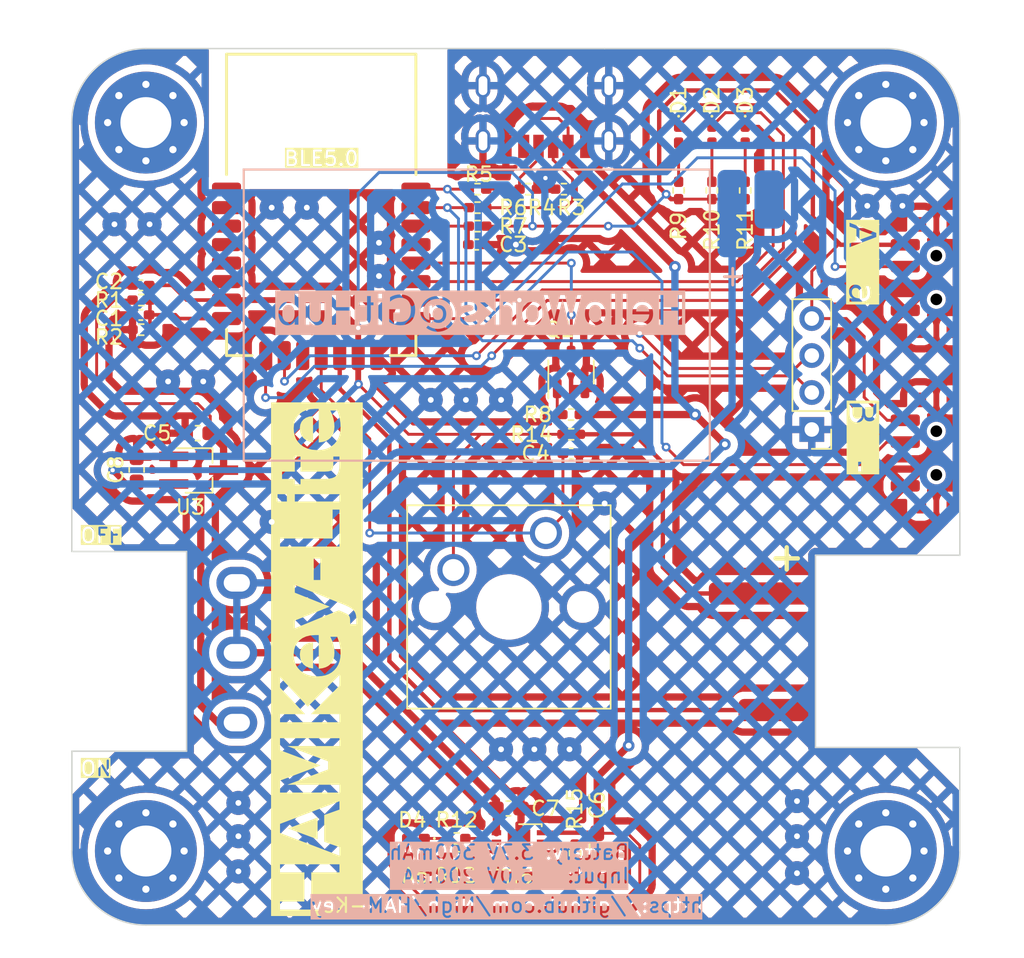
<source format=kicad_pcb>
(kicad_pcb (version 20221018) (generator pcbnew)
  (layers (0 "F.Cu" signal) (31 "B.Cu" signal) (34 "B.Paste" user) (35 "F.Paste" user) (36 "B.SilkS" user "B.Silkscreen") (37 "F.SilkS" user "F.Silkscreen") (38 "B.Mask" user) (39 "F.Mask" user) (44 "Edge.Cuts" user))
  (net 0 "")
  (net 1 "Net-(BZ1--)")
  (net 2 "/BUZZER")
  (net 3 "GND")
  (net 4 "Net-(U1-P0.30{slash}AIN6)")
  (net 5 "Net-(U1-P0.21{slash}RST)")
  (net 6 "+3.3V")
  (net 7 "/BTN")
  (net 8 "/LED_RED")
  (net 9 "Net-(D1-A)")
  (net 10 "/LED_BLUE")
  (net 11 "Net-(D2-A)")
  (net 12 "/LED_WHITE")
  (net 13 "Net-(D3-A)")
  (net 14 "/SWDCLK")
  (net 15 "/SWDIO")
  (net 16 "Net-(Q1-B)")
  (net 17 "/CHARGING")
  (net 18 "/CC2")
  (net 19 "/CC1")
  (net 20 "Net-(D4-K)")
  (net 21 "/BAT+")
  (net 22 "+5V")
  (net 23 "Net-(D5-K)")
  (net 24 "Net-(U2-FULL)")
  (net 25 "Net-(U2-CHRG)")
  (net 26 "Net-(U2-ISET)")
  (net 30 "/SW2")
  (net 31 "/SW1")
  (net 38 "Net-(BATT1-+)")
  (footprint "LED_SMD:LED_0402_1005Metric_Pad0.77x0.64mm_HandSolder" (layer "F.Cu") (at 140.208 125.7565 180)
    (fp_text reference "D5")
    (fp_text value "RED")
  )
  (footprint "Package_DFN_QFN:DFN-8-1EP_3x3mm_P0.65mm_EP1.55x2.4mm" (layer "F.Cu") (at 147.2835 125.0685)
    (fp_text reference "U2")
    (fp_text value "~")
  )
  (footprint "MountingHole:MountingHole_3.5mm_Pad_Via" (layer "F.Cu") (at 121.666 125.349)
    (fp_text reference "H3" hide)
    (fp_text value "M3.5")
  )
  (footprint "Resistor_SMD:R_0402_1005Metric_Pad0.72x0.64mm_HandSolder" (layer "F.Cu") (at 160.528 79.9725 -90)
    (fp_text reference "R10")
    (fp_text value "470R")
  )
  (footprint "Resistor_SMD:R_0402_1005Metric_Pad0.72x0.64mm_HandSolder" (layer "F.Cu") (at 144.4365 79.883)
    (fp_text reference "R5")
    (fp_text value "NC")
  )
  (footprint "Resistor_SMD:R_0402_1005Metric_Pad0.72x0.64mm_HandSolder" (layer "F.Cu") (at 143.0035 125.7785)
    (fp_text reference "R13")
    (fp_text value "1k")
  )
  (footprint "LED_SMD:LED_0402_1005Metric_Pad0.77x0.64mm_HandSolder" (layer "F.Cu") (at 160.528 76.1375 -90)
    (fp_text reference "D2")
    (fp_text value "BLUE")
  )
  (footprint "Resistor_SMD:R_0402_1005Metric_Pad0.72x0.64mm_HandSolder" (layer "F.Cu") (at 150.867 96.7225)
    (fp_text reference "R14")
    (fp_text value "100R")
  )
  (footprint "nigh_Library:MSK12" (layer "F.Cu") (at 175.938 85.955 -90)
    (fp_text reference "SW4" hide)
    (fp_text value "SW_SPDT")
  )
  (footprint "Capacitor_SMD:C_0402_1005Metric_Pad0.74x0.62mm_HandSolder" (layer "F.Cu") (at 121.3171 86.487 180)
    (fp_text reference "C2")
    (fp_text value "0.1uF")
  )
  (footprint "Resistor_SMD:R_0402_1005Metric_Pad0.72x0.64mm_HandSolder" (layer "F.Cu") (at 151.13 125.5025 -90)
    (fp_text reference "R15")
    (fp_text value "10k")
  )
  (footprint "Connector_PinHeader_2.54mm:PinHeader_1x04_P2.54mm_Vertical" (layer "F.Cu") (at 167.386 96.393 180)
    (fp_text reference "J2" hide)
    (fp_text value "Conn_01x04")
  )
  (footprint "Package_TO_SOT_SMD:TSOT-23_HandSoldering" (layer "F.Cu") (at 125.29 99.187)
    (fp_text reference "U3")
    (fp_text value "~")
  )
  (footprint "Resistor_SMD:R_0402_1005Metric_Pad0.72x0.64mm_HandSolder" (layer "F.Cu") (at 143.002 124.4865)
    (fp_text reference "R12")
    (fp_text value "1k")
  )
  (footprint "Capacitor_SMD:C_0402_1005Metric_Pad0.74x0.62mm_HandSolder" (layer "F.Cu") (at 144.377 83.693 180)
    (fp_text reference "C3")
    (fp_text value "0.1uF")
  )
  (footprint "Capacitor_SMD:C_0402_1005Metric_Pad0.74x0.62mm_HandSolder" (layer "F.Cu") (at 150.867 98.0475 180)
    (fp_text reference "C4")
    (fp_text value "0.47uF")
  )
  (footprint "LED_SMD:LED_0402_1005Metric_Pad0.77x0.64mm_HandSolder" (layer "F.Cu") (at 162.814 76.1375 -90)
    (fp_text reference "D3")
    (fp_text value "WHITE")
  )
  (footprint "Button_Switch_Keyboard:SW_Cherry_MX_1.00u_PCB" (layer "F.Cu") (at 149.13 103.505)
    (fp_text reference "SW1" hide)
    (fp_text value "SW_Push")
  )
  (footprint "Resistor_SMD:R_0402_1005Metric_Pad0.72x0.64mm_HandSolder" (layer "F.Cu") (at 162.814 79.9725 -90)
    (fp_text reference "R11")
    (fp_text value "470R")
  )
  (footprint "Package_TO_SOT_SMD:SOT-23-3" (layer "F.Cu") (at 150.859 92.4415 90)
    (fp_text reference "Q1")
    (fp_text value "DTC143Z")
  )
  (footprint "Resistor_SMD:R_0402_1005Metric_Pad0.72x0.64mm_HandSolder" (layer "F.Cu") (at 121.3471 89.535 180)
    (fp_text reference "R2")
    (fp_text value "1M")
  )
  (footprint "LED_SMD:LED_0402_1005Metric_Pad0.77x0.64mm_HandSolder" (layer "F.Cu") (at 140.208 124.4865 180)
    (fp_text reference "D4")
    (fp_text value "BLUE")
  )
  (footprint "Resistor_SMD:R_0402_1005Metric_Pad0.72x0.64mm_HandSolder" (layer "F.Cu") (at 121.3471 87.503)
    (fp_text reference "R1")
    (fp_text value "470k")
  )
  (footprint "Capacitor_SMD:C_0603_1608Metric_Pad1.08x0.95mm_HandSolder" (layer "F.Cu") (at 152.654 124.9945 -90)
    (fp_text reference "C6")
    (fp_text value "1uF")
  )
  (footprint "MountingHole:MountingHole_3.5mm_Pad_Via" (layer "F.Cu") (at 121.666 75.311)
    (fp_text reference "H1" hide)
    (fp_text value "M3.5")
  )
  (footprint "Capacitor_SMD:C_0402_1005Metric_Pad0.74x0.62mm_HandSolder" (layer "F.Cu") (at 121.3171 88.519 180)
    (fp_text reference "C1")
    (fp_text value "0.1uF")
  )
  (footprint "nigh_Library:MSK12" (layer "F.Cu") (at 175.938 98.011 -90)
    (fp_text reference "SW3" hide)
    (fp_text value "SW_SPDT")
  )
  (footprint "Resistor_SMD:R_0402_1005Metric_Pad0.72x0.64mm_HandSolder" (layer "F.Cu") (at 147.9175 79.883)
    (fp_text reference "R3")
    (fp_text value "5.1k")
  )
  (footprint "MountingHole:MountingHole_3.5mm_Pad_Via" (layer "F.Cu") (at 172.466001 75.311)
    (fp_text reference "H2" hide)
    (fp_text value "M3.5")
  )
  (footprint "Resistor_SMD:R_0402_1005Metric_Pad0.72x0.64mm_HandSolder" (layer "F.Cu") (at 144.4365 81.153)
    (fp_text reference "R6")
    (fp_text value "10R")
  )
  (footprint "MountingHole:MountingHole_3.5mm_Pad_Via" (layer "F.Cu") (at 172.466001 125.349)
    (fp_text reference "H4" hide)
    (fp_text value "M3.5")
  )
  (footprint "Resistor_SMD:R_0402_1005Metric_Pad0.72x0.64mm_HandSolder" (layer "F.Cu") (at 158.242 79.9725 -90)
    (fp_text reference "R9")
    (fp_text value "470R")
  )
  (footprint "Resistor_SMD:R_0402_1005Metric_Pad0.72x0.64mm_HandSolder" (layer "F.Cu") (at 150.859 95.368 180)
    (fp_text reference "R8")
    (fp_text value "100k")
  )
  (footprint "LED_SMD:LED_0402_1005Metric_Pad0.77x0.64mm_HandSolder" (layer "F.Cu") (at 158.242 76.1375 -90)
    (fp_text reference "D1")
    (fp_text value "RED")
  )
  (footprint "Capacitor_SMD:C_0603_1608Metric_Pad1.08x0.95mm_HandSolder" (layer "F.Cu") (at 146.558 122.428 180)
    (fp_text reference "C7")
    (fp_text value "1uF")
  )
  (footprint "nigh_Library:Type-C-3.2H" (layer "F.Cu") (at 149.13 77.745 180)
    (fp_text reference "USB1" hide)
    (fp_text value "USB_C_Receptacle_PowerOnly_6P")
  )
  (footprint "nigh_Library:nRF52810_module" (layer "F.Cu") (at 133.6802 81.2165)
    (fp_text reference "U1" hide)
    (fp_text value "~")
  )
  (footprint "Resistor_SMD:R_0402_1005Metric_Pad0.72x0.64mm_HandSolder" (layer "F.Cu") (at 150.368 79.883 180)
    (fp_text reference "R4")
    (fp_text value "5.1k")
  )
  (footprint "Resistor_SMD:R_0402_1005Metric_Pad0.72x0.64mm_HandSolder" (layer "F.Cu") (at 144.4365 82.423)
    (fp_text reference "R7")
    (fp_text value "5.1k")
  )
  (footprint "Capacitor_SMD:C_0603_1608Metric_Pad1.08x0.95mm_HandSolder" (layer "F.Cu") (at 121.031 99.1605 90)
    (fp_text reference "C8")
    (fp_text value "4.7uF")
  )
  (footprint "nigh_Library:buzzer_SMD" (layer "F.Cu") (at 167.3733 107.6579 -90)
    (fp_text reference "BZ1" hide)
    (fp_text value "Buzzer")
  )
  (footprint "Capacitor_SMD:C_0603_1608Metric_Pad1.08x0.95mm_HandSolder" (layer "F.Cu") (at 125.222 96.647 180)
    (fp_text reference "C5")
    (fp_text value "1uF")
  )
  (footprint "nigh_Library:SS12D06G5" (layer "F.Cu") (at 127.909 111.729 90)
    (fp_text reference "SW2" hide)
    (fp_text value "SW_SPDT")
  )
  (footprint "nigh_Library:BATT2030" (layer "B.Cu") (at 128.3843 78.5368 -90)
    (fp_text reference "BATT1" hide)
    (fp_text value "Battery_Cell")
  )
  (gr_arc (start 121.666001 130.435345) (mid 118.069411 128.945589) (end 116.579655 125.348999) (stroke (width 0.1)) (layer "Edge.Cuts"))
  (gr_line (start 177.552346 105.029) (end 167.64 105.029) (stroke (width 0.1)) (layer "Edge.Cuts"))
  (gr_arc (start 177.552346 125.348998) (mid 176.06259 128.945588) (end 172.466 130.435344) (stroke (width 0.1)) (layer "Edge.Cuts"))
  (gr_line (start 167.64 105.029) (end 167.64 118.237) (stroke (width 0.1)) (layer "Edge.Cuts"))
  (gr_arc (start 172.466 70.224654) (mid 176.06259 71.71441) (end 177.552346 75.311) (stroke (width 0.1)) (layer "Edge.Cuts"))
  (gr_arc (start 116.579654 75.311) (mid 118.06941 71.71441) (end 121.666 70.224654) (stroke (width 0.1)) (layer "Edge.Cuts"))
  (gr_line (start 177.546 118.237) (end 177.546 125.348998) (stroke (width 0.1)) (layer "Edge.Cuts"))
  (gr_line (start 177.552346 75.311) (end 177.552346 105.029) (stroke (width 0.1)) (layer "Edge.Cuts"))
  (gr_line (start 121.666001 130.435345) (end 172.466 130.435345) (stroke (width 0.1)) (layer "Edge.Cuts"))
  (gr_line (start 153.162 70.224654) (end 121.666 70.224654) (stroke (width 0.1)) (layer "Edge.Cuts"))
  (gr_line (start 116.579654 75.311) (end 116.579654 104.775) (stroke (width 0.1)) (layer "Edge.Cuts"))
  (gr_line (start 167.64 118.237) (end 177.546 118.237) (stroke (width 0.1)) (layer "Edge.Cuts"))
  (gr_line (start 124.46 104.775) (end 116.586 104.775) (stroke (width 0.1)) (layer "Edge.Cuts"))
  (gr_line (start 124.46 118.491) (end 116.586 118.491) (stroke (width 0.1)) (layer "Edge.Cuts"))
  (gr_line (start 116.586 118.491) (end 116.586 125.348999) (stroke (width 0.1)) (layer "Edge.Cuts"))
  (gr_line (start 172.466 70.224654) (end 153.162 70.224654) (stroke (width 0.1)) (layer "Edge.Cuts"))
  (gr_line (start 124.46 104.775) (end 124.46 118.491) (stroke (width 0.1)) (layer "Edge.Cuts"))
  (gr_text "HelloWorks@GitHub" (at 158.75 89.535) (layer "B.SilkS" knockout) (effects (font (size 2 2)) (justify left bottom mirror)))
  (gr_text "https://github.com/Nigh/HAM-Key" (at 160.02 129.667) (layer "B.SilkS" knockout) (effects (font (size 1 1)) (justify left bottom mirror)))
  (gr_text "Battery: 3.7V 300mAh\nInput:   5.0V 200mA" (at 154.94 127.635) (layer "B.SilkS" knockout) (effects (font (size 1 1)) (justify left bottom mirror)))
  (gr_text "BLE5.0" (at 131.064 78.359) (layer "F.SilkS" knockout) (effects (font (size 1 1)) (justify left bottom)))
  (gr_text "HAMKey-Lite" (at 135.636 129.921 90) (layer "F.SilkS" knockout) (effects (font (size 4 4)) (justify left bottom)))
  (gr_text "ON" (at 117.094 120.269) (layer "F.SilkS" knockout) (effects (font (size 1 1)) (justify left bottom)))
  (gr_text "A   a" (at 169.672 82.169 270) (layer "F.SilkS" knockout) (effects (font (size 1.8 1.8)) (justify left bottom)))
  (gr_text "OFF" (at 117.094 104.267) (layer "F.SilkS" knockout) (effects (font (size 1 1)) (justify left bottom)))
  (gr_text "B   -" (at 169.672 94.361 270) (layer "F.SilkS" knockout) (effects (font (size 1.8 1.8)) (justify left bottom)))
  (segment (start 155.2025 96.7225) (end 157.159 98.679) (width 0.3) (layer "F.Cu") (net 1))
  (segment (start 157.159 98.679) (end 157.159 105.854) (width 0.3) (layer "F.Cu") (net 1))
  (segment (start 157.159 105.854) (end 158.9629 107.6579) (width 0.3) (layer "F.Cu") (net 1))
  (segment (start 151.4645 96.7225) (end 155.2025 96.7225) (width 0.3) (layer "F.Cu") (net 1))
  (segment (start 158.9629 107.6579) (end 163.8173 107.6579) (width 0.3) (layer "F.Cu") (net 1))
  (segment (start 138.384 97.004) (end 138.384 112.304) (width 0.3) (layer "F.Cu") (net 2))
  (segment (start 141.7479 115.6679) (end 164.8533 115.6679) (width 0.3) (layer "F.Cu") (net 2))
  (segment (start 134.9736 93.5936) (end 138.384 97.004) (width 0.3) (layer "F.Cu") (net 2))
  (segment (start 138.384 112.304) (end 141.7479 115.6679) (width 0.3) (layer "F.Cu") (net 2))
  (segment (start 134.9736 91.313) (end 134.9736 93.5936) (width 0.3) (layer "F.Cu") (net 2))
  (segment (start 145.7335 126.4295) (end 146.177 126.873) (width 0.2) (layer "F.Cu") (net 3))
  (segment (start 148.463 126.873) (end 148.8335 126.5025) (width 0.2) (layer "F.Cu") (net 3))
  (segment (start 150.876 74.295) (end 147.32 74.295) (width 0.4) (layer "F.Cu") (net 3))
  (segment (start 148.2585 126.0435) (end 147.2835 125.0685) (width 0.2) (layer "F.Cu") (net 3))
  (segment (start 148.8335 126.5025) (end 148.8335 126.0435) (width 0.2) (layer "F.Cu") (net 3))
  (segment (start 148.8335 126.0435) (end 148.2585 126.0435) (width 0.2) (layer "F.Cu") (net 3))
  (segment (start 145.7335 126.0435) (end 146.3085 126.0435) (width 0.2) (layer "F.Cu") (net 3))
  (segment (start 148.515 79.704) (end 149.098 79.121) (width 0.2) (layer "F.Cu") (net 3))
  (segment (start 151.88 76.9456) (end 151.88 75.299) (width 0.4) (layer "F.Cu") (net 3))
  (segment (start 146.3085 126.0435) (end 147.2835 125.0685) (width 0.2) (layer "F.Cu") (net 3))
  (segment (start 149.7705 79.7935) (end 149.7705 79.883) (width 0.2) (layer "F.Cu") (net 3))
  (segment (start 145.7335 126.0435) (end 145.7335 126.4295) (width 0.2) (layer "F.Cu") (net 3))
  (segment (start 148.515 79.883) (end 148.515 79.704) (width 0.2) (layer "F.Cu") (net 3))
  (segment (start 147.32 74.295) (end 146.38 75.235) (width 0.4) (layer "F.Cu") (net 3))
  (segment (start 146.38 75.235) (end 146.38 76.9456) (width 0.4) (layer "F.Cu") (net 3))
  (segment (start 149.098 79.121) (end 149.7705 79.7935) (width 0.2) (layer "F.Cu") (net 3))
  (segment (start 151.88 75.299) (end 150.876 74.295) (width 0.4) (layer "F.Cu") (net 3))
  (segment (start 146.177 126.873) (end 148.463 126.873) (width 0.2) (layer "F.Cu") (net 3))
  (via (at 166.37 126.873) (size 0.8) (drill 0.4) (layers "F.Cu" "B.Cu") (net 3))
  (via (at 128.016 126.746) (size 0.8) (drill 0.4) (layers "F.Cu" "B.Cu") (net 3))
  (via (at 148.336 118.364) (size 0.8) (drill 0.4) (layers "F.Cu" "B.Cu") (net 3))
  (via (at 146.05 94.361) (size 0.8) (drill 0.4) (layers "F.Cu" "B.Cu") (net 3))
  (via (at 150.749 118.364) (size 0.8) (drill 0.4) (layers "F.Cu" "B.Cu") (net 3))
  (via (at 137.668 83.566) (size 0.8) (drill 0.4) (layers "F.Cu" "B.Cu") (net 3))
  (via (at 121.92 82.296) (size 0.8) (drill 0.4) (layers "F.Cu" "B.Cu") (net 3))
  (via (at 147.066 83.693) (size 0.8) (drill 0.4) (layers "F.Cu" "B.Cu") (net 3))
  (via (at 146.05 118.364) (size 0.8) (drill 0.4) (layers "F.Cu" "B.Cu") (net 3))
  (via (at 128.016 124.333) (size 0.8) (drill 0.4) (layers "F.Cu" "B.Cu") (net 3))
  (via (at 141.224 94.361) (size 0.8) (drill 0.4) (layers "F.Cu" "B.Cu") (net 3))
  (via (at 143.637 94.361) (size 0.8) (drill 0.4) (layers "F.Cu" "B.Cu") (net 3))
  (via (at 125.603 93.091) (size 0.8) (drill 0.4) (layers "F.Cu" "B.Cu") (net 3))
  (via (at 132.715 81.153) (size 0.8) (drill 0.4) (layers "F.Cu" "B.Cu") (net 3))
  (via (at 130.302 102.743) (size 0.8) (drill 0.4) (layers "F.Cu" "B.Cu") (net 3))
  (via (at 173.609 81.026) (size 0.8) (drill 0.4) (layers "F.Cu" "B.Cu") (net 3))
  (via (at 149.098 79.121) (size 0.6) (drill 0.3) (layers "F.Cu" "B.Cu") (net 3))
  (via (at 128.016 122.047) (size 0.8) (drill 0.4) (layers "F.Cu" "B.Cu") (net 3))
  (via (at 123.19 93.091) (size 0.8) (drill 0.4) (layers "F.Cu" "B.Cu") (net 3))
  (via (at 166.37 124.333) (size 0.8) (drill 0.4) (layers "F.Cu" "B.Cu") (net 3))
  (via (at 153.162 101.473) (size 0.8) (drill 0.4) (layers "F.Cu" "B.Cu") (net 3))
  (via (at 130.302 81.153) (size 0.8) (drill 0.4) (layers "F.Cu" "B.Cu") (net 3))
  (via (at 137.668 85.852) (size 0.8) (drill 0.4) (layers "F.Cu" "B.Cu") (net 3))
  (via (at 166.37 121.92) (size 0.8) (drill 0.4) (layers "F.Cu" "B.Cu") (net 3))
  (via (at 119.507 82.296) (size 0.8) (drill 0.4) (layers "F.Cu" "B.Cu") (net 3))
  (via (at 171.196 81.026) (size 0.8) (drill 0.4) (layers "F.Cu" "B.Cu") (net 3))
  (segment (start 123.952 88.773) (end 127.2032 88.773) (width 0.25) (layer "F.Cu") (net 4))
  (segment (start 121.9446 87.503) (end 121.9446 88.459) (width 0.25) (layer "F.Cu") (net 4))
  (segment (start 121.9446 88.459) (end 121.8846 88.519) (width 0.25) (layer "F.Cu") (net 4))
  (segment (start 121.8846 88.519) (end 123.698 88.519) (width 0.25) (layer "F.Cu") (net 4))
  (segment (start 121.9446 88.579) (end 121.9446 89.535) (width 0.25) (layer "F.Cu") (net 4))
  (segment (start 123.698 88.519) (end 123.952 88.773) (width 0.25) (layer "F.Cu") (net 4))
  (segment (start 121.8846 88.519) (end 121.9446 88.579) (width 0.25) (layer "F.Cu") (net 4))
  (segment (start 140.208 82.423) (end 143.839 82.423) (width 0.2) (layer "F.Cu") (net 5))
  (segment (start 143.8095 82.4525) (end 143.839 82.423) (width 0.2) (layer "F.Cu") (net 5))
  (segment (start 143.8095 83.693) (end 143.8095 82.4525) (width 0.2) (layer "F.Cu") (net 5))
  (segment (start 123.444 86.487) (end 124.46 87.503) (width 0.25) (layer "F.Cu") (net 6))
  (segment (start 136.259 93.279) (end 139.7025 96.7225) (width 0.2) (layer "F.Cu") (net 6))
  (segment (start 158.242 80.57) (end 157.725 80.57) (width 0.3) (layer "F.Cu") (net 6))
  (segment (start 160.528 80.57) (end 162.814 80.57) (width 0.2) (layer "F.Cu") (net 6))
  (segment (start 172.566 95.761) (end 170.984 94.179) (width 0.2) (layer "F.Cu") (net 6))
  (segment (start 167.459 75.729) (end 167.459 81.805) (width 0.3) (layer "F.Cu") (net 6))
  (segment (start 148.209 82.423) (end 153.416 82.423) (width 0.2) (layer "F.Cu") (net 6))
  (segment (start 136.2436 89.4136) (end 136.2436 91.313) (width 0.4) (layer "F.Cu") (net 6))
  (segment (start 157.725 80.57) (end 157.386 80.231) (width 0.3) (layer "F.Cu") (net 6))
  (segment (start 173.8044 95.761) (end 172.566 95.761) (width 0.2) (layer "F.Cu") (net 6))
  (segment (start 127.2032 87.503) (end 134.333 87.503) (width 0.4) (layer "F.Cu") (net 6))
  (segment (start 156.909 74.554) (end 158.359 73.104) (width 0.3) (layer "F.Cu") (net 6))
  (segment (start 170.984 90.004) (end 169.753 88.773) (width 0.2) (layer "F.Cu") (net 6))
  (segment (start 139.7025 96.7225) (end 144.6405 96.7225) (width 0.2) (layer "F.Cu") (net 6))
  (segment (start 158.242 80.57) (end 160.528 80.57) (width 0.2) (layer "F.Cu") (net 6))
  (segment (start 167.386 85.527) (end 167.386 88.773) (width 0.2) (layer "F.Cu") (net 6))
  (segment (start 124.46 87.503) (end 127.2032 87.503) (width 0.25) (layer "F.Cu") (net 6))
  (segment (start 156.909 79.754) (end 156.909 74.554) (width 0.3) (layer "F.Cu") (net 6))
  (segment (start 169.208 83.705) (end 169.709 83.705) (width 0.2) (layer "F.Cu") (net 6))
  (segment (start 167.386 85.527) (end 169.208 83.705) (width 0.2) (layer "F.Cu") (net 6))
  (segment (start 167.459 81.805) (end 169.359 83.705) (width 0.3) (layer "F.Cu") (net 6))
  (segment (start 145.034 82.423) (end 148.209 82.423) (width 0.2) (layer "F.Cu") (net 6))
  (segment (start 164.834 73.104) (end 167.459 75.729) (width 0.3) (layer "F.Cu") (net 6))
  (segment (start 134.333 87.503) (end 136.2436 89.4136) (width 0.4) (layer "F.Cu") (net 6))
  (segment (start 120.33 100.137) (end 123.58 100.137) (width 0.4) (layer "F.Cu") (net 6))
  (segment (start 157.386 80.231) (end 156.909 79.754) (width 0.3) (layer "F.Cu") (net 6))
  (segment (start 158.359 73.104) (end 164.834 73.104) (width 0.3) (layer "F.Cu") (net 6))
  (segment (start 142.78 98.583) (end 142.78 106.045) (width 0.2) (layer "F.Cu") (net 6))
  (segment (start 119.38 99.187) (end 120.33 100.137) (width 0.4) (layer "F.Cu") (net 6))
  (segment (start 121.8846 86.487) (end 123.444 86.487) (width 0.25) (layer "F.Cu") (net 6))
  (segment (start 136.2436 93.2636) (end 136.259 93.279) (width 0.4) (layer "F.Cu") (net 6))
  (segment (start 169.709 83.705) (end 173.8044 83.705) (width 0.3) (layer "F.Cu") (net 6))
  (segment (start 144.6405 96.7225) (end 142.78 98.583) (width 0.2) (layer "F.Cu") (net 6))
  (segment (start 169.359 83.705) (end 169.709 83.705) (width 0.3) (layer "F.Cu") (net 6))
  (segment (start 170.984 94.179) (end 170.984 90.004) (width 0.2) (layer "F.Cu") (net 6))
  (segment (start 169.753 88.773) (end 167.386 88.773) (width 0.2) (layer "F.Cu") (net 6))
  (segment (start 136.2436 91.313) (end 136.2436 93.2636) (width 0.4) (layer "F.Cu") (net 6))
  (segment (start 150.2695 96.7225) (end 144.6405 96.7225) (width 0.2) (layer "F.Cu") (net 6))
  (via (at 119.38 99.187) (size 0.6) (drill 0.3) (layers "F.Cu" "B.Cu") (net 6))
  (via (at 148.209 82.423) (size 0.6) (drill 0.3) (layers "F.Cu" "B.Cu") (net 6))
  (via (at 157.386 80.231) (size 0.6) (drill 0.3) (layers "F.Cu" "B.Cu") (net 6))
  (via (at 153.416 82.423) (size 0.6) (drill 0.3) (layers "F.Cu" "B.Cu") (net 6))
  (via (at 136.259 93.279) (size 0.6) (drill 0.3) (layers "F.Cu" "B.Cu") (net 6))
  (via (at 136.2436 89.4136) (size 0.6) (drill 0.3) (layers "F.Cu" "B.Cu") (net 6))
  (segment (start 136.2436 89.4136) (end 136.2436 80.1644) (width 0.2) (layer "B.Cu") (net 6))
  (segment (start 137.668 78.74) (end 146.812 78.74) (width 0.2) (layer "B.Cu") (net 6))
  (segment (start 119.38 99.187) (end 130.351 99.187) (width 0.4) (layer "B.Cu") (net 6))
  (segment (start 153.416 82.423) (end 155.194 82.423) (width 0.2) (layer "B.Cu") (net 6))
  (segment (start 136.2436 80.1644) (end 137.668 78.74) (width 0.2) (layer "B.Cu") (net 6))
  (segment (start 155.194 82.423) (end 157.386 80.231) (width 0.2) (layer "B.Cu") (net 6))
  (segment (start 146.812 78.74) (end 148.209 80.137) (width 0.2) (layer "B.Cu") (net 6))
  (segment (start 148.209 80.137) (end 148.209 82.423) (width 0.2) (layer "B.Cu") (net 6))
  (segment (start 130.351 99.187) (end 136.259 93.279) (width 0.4) (layer "B.Cu") (net 6))
  (segment (start 150.2995 102.3355) (end 150.2995 98.0475) (width 0.2) (layer "F.Cu") (net 7))
  (segment (start 137.033 97.028) (end 137.033 103.505) (width 0.2) (layer "F.Cu") (net 7))
  (segment (start 149.13 103.505) (end 150.2995 102.3355) (width 0.2) (layer "F.Cu") (net 7))
  (segment (start 133.7036 93.6986) (end 137.033 97.028) (width 0.2) (layer "F.Cu") (net 7))
  (segment (start 133.7036 91.313) (end 133.7036 93.6986) (width 0.2) (layer "F.Cu") (net 7))
  (via (at 137.033 103.505) (size 0.6) (drill 0.3) (layers "F.Cu" "B.Cu") (net 7))
  (segment (start 137.033 103.505) (end 149.13 103.505) (width 0.2) (layer "B.Cu") (net 7))
  (segment (start 166.234 84.204) (end 162.909 87.529) (width 0.2) (layer "F.Cu") (net 8))
  (segment (start 149.209 87.529) (end 145.409 91.329) (width 0.2) (layer "F.Cu") (net 8))
  (segment (start 129.884 91.3226) (end 129.8936 91.313) (width 0.2) (layer "F.Cu") (net 8))
  (segment (start 158.242 75.565) (end 159.728 74.079) (width 0.2) (layer "F.Cu") (net 8))
  (segment (start 162.909 87.529) (end 149.209 87.529) (width 0.2) (layer "F.Cu") (net 8))
  (segment (start 129.884 94.204) (end 129.884 91.3226) (width 0.2) (layer "F.Cu") (net 8))
  (segment (start 166.234 76.004) (end 166.234 84.204) (width 0.2) (layer "F.Cu") (net 8))
  (segment (start 159.728 74.079) (end 164.309 74.079) (width 0.2) (layer "F.Cu") (net 8))
  (segment (start 164.309 74.079) (end 166.234 76.004) (width 0.2) (layer "F.Cu") (net 8))
  (via (at 145.409 91.329) (size 0.6) (drill 0.3) (layers "F.Cu" "B.Cu") (net 8))
  (via (at 129.884 94.204) (size 0.6) (drill 0.3) (layers "F.Cu" "B.Cu") (net 8))
  (segment (start 144.684 92.054) (end 133.234 92.054) (width 0.2) (layer "B.Cu") (net 8))
  (segment (start 131.084 94.204) (end 129.884 94.204) (width 0.2) (layer "B.Cu") (net 8))
  (segment (start 145.409 91.329) (end 144.684 92.054) (width 0.2) (layer "B.Cu") (net 8))
  (segment (start 133.234 92.054) (end 131.084 94.204) (width 0.2) (layer "B.Cu") (net 8))
  (segment (start 158.242 76.71) (end 158.242 79.375) (width 0.2) (layer "F.Cu") (net 9))
  (segment (start 165.434 76.179) (end 165.434 83.929) (width 0.2) (layer "F.Cu") (net 10))
  (segment (start 161.464 74.629) (end 163.884 74.629) (width 0.2) (layer "F.Cu") (net 10))
  (segment (start 131.184 93.079) (end 131.184 91.3334) (width 0.2) (layer "F.Cu") (net 10))
  (segment (start 160.528 75.565) (end 161.464 74.629) (width 0.2) (layer "F.Cu") (net 10))
  (segment (start 165.434 83.929) (end 162.559 86.804) (width 0.2) (layer "F.Cu") (net 10))
  (segment (start 131.184 91.3334) (end 131.1636 91.313) (width 0.2) (layer "F.Cu") (net 10))
  (segment (start 148.884 86.804) (end 144.359 91.329) (width 0.2) (layer "F.Cu") (net 10))
  (segment (start 162.559 86.804) (end 148.884 86.804) (width 0.2) (layer "F.Cu") (net 10))
  (segment (start 163.884 74.629) (end 165.434 76.179) (width 0.2) (layer "F.Cu") (net 10))
  (via (at 144.359 91.329) (size 0.6) (drill 0.3) (layers "F.Cu" "B.Cu") (net 10))
  (via (at 131.184 93.079) (size 0.6) (drill 0.3) (layers "F.Cu" "B.Cu") (net 10))
  (segment (start 144.359 91.329) (end 132.934 91.329) (width 0.2) (layer "B.Cu") (net 10))
  (segment (start 132.934 91.329) (end 131.184 93.079) (width 0.2) (layer "B.Cu") (net 10))
  (segment (start 160.528 76.71) (end 160.528 79.375) (width 0.2) (layer "F.Cu") (net 11))
  (segment (start 164.734 76.554) (end 164.734 83.779) (width 0.2) (layer "F.Cu") (net 12))
  (segment (start 164.734 83.779) (end 162.28 86.233) (width 0.2) (layer "F.Cu") (net 12))
  (segment (start 163.745 75.565) (end 164.734 76.554) (width 0.2) (layer "F.Cu") (net 12))
  (segment (start 162.814 75.565) (end 163.745 75.565) (width 0.2) (layer "F.Cu") (net 12))
  (segment (start 162.28 86.233) (end 140.208 86.233) (width 0.2) (layer "F.Cu") (net 12))
  (segment (start 162.814 76.71) (end 162.814 79.375) (width 0.2) (layer "F.Cu") (net 13))
  (segment (start 140.208 81.153) (end 143.839 81.153) (width 0.2) (layer "F.Cu") (net 14))
  (segment (start 157.48 92.71) (end 166.243 92.71) (width 0.2) (layer "F.Cu") (net 14))
  (segment (start 155.575 90.805) (end 157.48 92.71) (width 0.2) (layer "F.Cu") (net 14))
  (segment (start 166.243 92.71) (end 167.386 93.853) (width 0.2) (layer "F.Cu") (net 14))
  (via (at 142.367 81.153) (size 0.6) (drill 0.3) (layers "F.Cu" "B.Cu") (net 14))
  (via (at 155.575 90.805) (size 0.6) (drill 0.3) (layers "F.Cu" "B.Cu") (net 14))
  (segment (start 155.067 90.297) (end 155.575 90.805) (width 0.2) (layer "B.Cu") (net 14))
  (segment (start 143.129 81.915) (end 143.129 88.646) (width 0.2) (layer "B.Cu") (net 14))
  (segment (start 143.129 88.646) (end 144.78 90.297) (width 0.2) (layer "B.Cu") (net 14))
  (segment (start 144.78 90.297) (end 155.067 90.297) (width 0.2) (layer "B.Cu") (net 14))
  (segment (start 142.367 81.153) (end 143.129 81.915) (width 0.2) (layer "B.Cu") (net 14))
  (segment (start 155.575 89.789) (end 157.988 92.202) (width 0.2) (layer "F.Cu") (net 15))
  (segment (start 140.208 79.883) (end 143.839 79.883) (width 0.2) (layer "F.Cu") (net 15))
  (segment (start 157.988 92.202) (end 166.243 92.202) (width 0.2) (layer "F.Cu") (net 15))
  (segment (start 166.243 92.202) (end 167.132 91.313) (width 0.2) (layer "F.Cu") (net 15))
  (segment (start 167.132 91.313) (end 167.386 91.313) (width 0.2) (layer "F.Cu") (net 15))
  (via (at 155.575 89.789) (size 0.6) (drill 0.3) (layers "F.Cu" "B.Cu") (net 15))
  (via (at 142.367 79.883) (size 0.6) (drill 0.3) (layers "F.Cu" "B.Cu") (net 15))
  (segment (start 142.367 79.883) (end 143.637 81.153) (width 0.2) (layer "B.Cu") (net 15))
  (segment (start 143.637 88.392) (end 145.034 89.789) (width 0.2) (layer "B.Cu") (net 15))
  (segment (start 143.637 81.153) (end 143.637 88.392) (width 0.2) (layer "B.Cu") (net 15))
  (segment (start 145.034 89.789) (end 155.575 89.789) (width 0.2) (layer "B.Cu") (net 15))
  (segment (start 149.909 95.0155) (end 150.2615 95.368) (width 0.2) (layer "F.Cu") (net 16))
  (segment (start 149.909 93.579) (end 149.909 95.0155) (width 0.2) (layer "F.Cu") (net 16))
  (segment (start 150.876 88.519) (end 150.876 91.287) (width 0.2) (layer "F.Cu") (net 17))
  (segment (start 140.208 84.963) (end 150.876 84.963) (width 0.2) (layer "F.Cu") (net 17))
  (segment (start 150.876 91.287) (end 150.859 91.304) (width 0.2) (layer "F.Cu") (net 17))
  (via (at 150.876 84.963) (size 0.6) (drill 0.3) (layers "F.Cu" "B.Cu") (net 17))
  (via (at 150.876 88.519) (size 0.6) (drill 0.3) (layers "F.Cu" "B.Cu") (net 17))
  (segment (start 150.876 84.963) (end 150.876 88.519) (width 0.2) (layer "B.Cu") (net 17))
  (segment (start 147.32 79.121) (end 147.32 79.883) (width 0.2) (layer "F.Cu") (net 18))
  (segment (start 145.034 79.883) (end 147.32 79.883) (width 0.2) (layer "F.Cu") (net 18))
  (segment (start 148.622 77.819) (end 147.32 79.121) (width 0.2) (layer "F.Cu") (net 18))
  (segment (start 148.622 76.9456) (end 148.622 77.819) (width 0.2) (layer "F.Cu") (net 18))
  (segment (start 149.63 77.875) (end 150.9655 79.2105) (width 0.2) (layer "F.Cu") (net 19))
  (segment (start 150.9655 79.2105) (end 150.9655 79.883) (width 0.2) (layer "F.Cu") (net 19))
  (segment (start 150.9655 80.6825) (end 150.495 81.153) (width 0.2) (layer "F.Cu") (net 19))
  (segment (start 150.495 81.153) (end 145.034 81.153) (width 0.2) (layer "F.Cu") (net 19))
  (segment (start 149.63 76.9456) (end 149.63 77.875) (width 0.2) (layer "F.Cu") (net 19))
  (segment (start 150.9655 79.883) (end 150.9655 80.6825) (width 0.2) (layer "F.Cu") (net 19))
  (segment (start 142.4045 124.4865) (end 140.7805 124.4865) (width 0.2) (layer "F.Cu") (net 20))
  (segment (start 127.909 116.529) (end 126.609 116.529) (width 0.5) (layer "F.Cu") (net 21))
  (segment (start 125.434 115.354) (end 125.434 100.753) (width 0.5) (layer "F.Cu") (net 21))
  (segment (start 118.284 93.265) (end 119.634 94.615) (width 0.2) (layer "F.Cu") (net 21))
  (segment (start 127 99.187) (end 127 97.5625) (width 0.5) (layer "F.Cu") (net 21))
  (segment (start 119.51 87.503) (end 118.284 88.729) (width 0.2) (layer "F.Cu") (net 21))
  (segment (start 125.434 100.753) (end 127 99.187) (width 0.5) (layer "F.Cu") (net 21))
  (segment (start 126.609 116.529) (end 125.434 115.354) (width 0.5) (layer "F.Cu") (net 21))
  (segment (start 127 97.5625) (end 126.0845 96.647) (width 0.5) (layer "F.Cu") (net 21))
  (segment (start 118.284 88.729) (end 118.284 93.265) (width 0.2) (layer "F.Cu") (net 21))
  (segment (start 126.0845 95.4775) (end 126.0845 96.647) (width 0.2) (layer "F.Cu") (net 21))
  (segment (start 120.7496 87.503) (end 119.51 87.503) (width 0.2) (layer "F.Cu") (net 21))
  (segment (start 119.634 94.615) (end 125.222 94.615) (width 0.2) (layer "F.Cu") (net 21))
  (segment (start 125.222 94.615) (end 126.0845 95.4775) (width 0.2) (layer "F.Cu") (net 21))
  (segment (start 155.575 124.968) (end 154.739 124.132) (width 0.2) (layer "F.Cu") (net 22))
  (segment (start 150.654 75.674) (end 150.654 76.9456) (width 0.2) (layer "F.Cu") (net 22))
  (segment (start 140.589 128.524) (end 154.686 128.524) (width 0.2) (layer "F.Cu") (net 22))
  (segment (start 147.606 76.9456) (end 147.606 75.657) (width 0.2) (layer "F.Cu") (net 22))
  (segment (start 139.6355 125.7565) (end 139.6355 127.5705) (width 0.2) (layer "F.Cu") (net 22))
  (segment (start 150.654 76.9456) (end 150.654 77.883) (width 0.5) (layer "F.Cu") (net 22))
  (segment (start 139.6355 127.5705) (end 140.589 128.524) (width 0.2) (layer "F.Cu") (net 22))
  (segment (start 161.417 97.409) (end 159.376 95.368) (width 0.5) (layer "F.Cu") (net 22))
  (segment (start 154.686 128.524) (end 155.575 127.635) (width 0.2) (layer "F.Cu") (net 22))
  (segment (start 150.654 77.883) (end 157.988 85.217) (width 0.5) (layer "F.Cu") (net 22))
  (segment (start 152.654 124.132) (end 152.654 120.269) (width 0.5) (layer "F.Cu") (net 22))
  (segment (start 148.234 75.029) (end 150.009 75.029) (width 0.2) (layer "F.Cu") (net 22))
  (segment (start 155.575 127.635) (end 155.575 124.968) (width 0.2) (layer "F.Cu") (net 22))
  (segment (start 139.6355 124.4865) (end 139.6355 125.7565) (width 0.2) (layer "F.Cu") (net 22))
  (segment (start 159.376 95.368) (end 151.4565 95.368) (width 0.5) (layer "F.Cu") (net 22))
  (segment (start 150.654 76.9456) (end 150.654 77.756) (width 0.5) (layer "F.Cu") (net 22))
  (segment (start 148.8335 124.0935) (end 152.6155 124.0935) (width 0.3) (layer "F.Cu") (net 22))
  (segment (start 152.654 120.269) (end 154.813 118.11) (width 0.5) (layer "F.Cu") (net 22))
  (segment (start 150.009 75.029) (end 150.654 75.674) (width 0.2) (layer "F.Cu") (net 22))
  (segment (start 152.6155 124.0935) (end 152.654 124.132) (width 0.3) (layer "F.Cu") (net 22))
  (segment (start 154.739 124.132) (end 152.654 124.132) (width 0.2) (layer "F.Cu") (net 22))
  (segment (start 147.606 75.657) (end 148.234 75.029) (width 0.2) (layer "F.Cu") (net 22))
  (via (at 161.417 97.409) (size 0.8) (drill 0.4) (layers "F.Cu" "B.Cu") (net 22))
  (via (at 154.813 118.11) (size 0.8) (drill 0.4) (layers "F.Cu" "B.Cu") (net 22))
  (via (at 159.376 95.368) (size 0.8) (drill 0.4) (layers "F.Cu" "B.Cu") (net 22))
  (via (at 157.988 85.217) (size 0.8) (drill 0.4) (layers "F.Cu" "B.Cu") (net 22))
  (segment (start 157.988 85.217) (end 157.988 93.98) (width 0.5) (layer "B.Cu") (net 22))
  (segment (start 154.813 104.013) (end 161.417 97.409) (width 0.5) (layer "B.Cu") (net 22))
  (segment (start 157.988 93.98) (end 159.376 95.368) (width 0.5) (layer "B.Cu") (net 22))
  (segment (start 154.813 118.11) (end 154.813 104.013) (width 0.5) (layer "B.Cu") (net 22))
  (segment (start 140.7805 125.7565) (end 142.384 125.7565) (width 0.2) (layer "F.Cu") (net 23))
  (segment (start 142.384 125.7565) (end 142.406 125.7785) (width 0.2) (layer "F.Cu") (net 23))
  (segment (start 144.8235 124.7435) (end 144.5665 124.4865) (width 0.2) (layer "F.Cu") (net 24))
  (segment (start 145.7335 124.7435) (end 144.8235 124.7435) (width 0.2) (layer "F.Cu") (net 24))
  (segment (start 144.5665 124.4865) (end 143.5995 124.4865) (width 0.2) (layer "F.Cu") (net 24))
  (segment (start 144.4595 125.7785) (end 143.601 125.7785) (width 0.2) (layer "F.Cu") (net 25))
  (segment (start 144.8445 125.3935) (end 144.4595 125.7785) (width 0.2) (layer "F.Cu") (net 25))
  (segment (start 145.7335 125.3935) (end 144.8445 125.3935) (width 0.2) (layer "F.Cu") (net 25))
  (segment (start 149.7195 125.3935) (end 150.208 124.905) (width 0.2) (layer "F.Cu") (net 26))
  (segment (start 148.8335 125.3935) (end 149.7195 125.3935) (width 0.2) (layer "F.Cu") (net 26))
  (segment (start 150.208 124.905) (end 151.13 124.905) (width 0.2) (layer "F.Cu") (net 26))
  (segment (start 168.985 85.205) (end 168.984 85.204) (width 0.2) (layer "F.Cu") (net 30))
  (segment (start 145.134 88.779) (end 140.214 88.779) (width 0.2) (layer "F.Cu") (net 30))
  (segment (start 173.8044 85.205) (end 168.985 85.205) (width 0.2) (layer "F.Cu") (net 30))
  (segment (start 140.214 88.779) (end 140.208 88.773) (width 0.2) (layer "F.Cu") (net 30))
  (via (at 168.984 85.204) (size 0.6) (drill 0.3) (layers "F.Cu" "B.Cu") (net 30))
  (via (at 145.134 88.779) (size 0.6) (drill 0.3) (layers "F.Cu" "B.Cu") (net 30))
  (segment (start 166.709 77.729) (end 159.534 77.729) (width 0.2) (layer "B.Cu") (net 30))
  (segment (start 168.984 80.004) (end 166.709 77.729) (width 0.2) (layer "B.Cu") (net 30))
  (segment (start 157.734 79.529) (end 154.384 79.529) (width 0.2) (layer "B.Cu") (net 30))
  (segment (start 159.534 77.729) (end 157.734 79.529) (width 0.2) (layer "B.Cu") (net 30))
  (segment (start 154.384 79.529) (end 145.134 88.779) (width 0.2) (layer "B.Cu") (net 30))
  (segment (start 168.984 85.204) (end 168.984 80.004) (width 0.2) (layer "B.Cu") (net 30))
  (segment (start 140.208 87.503) (end 147.308 87.503) (width 0.2) (layer "F.Cu") (net 31))
  (segment (start 170.984 98.804) (end 172.527 97.261) (width 0.2) (layer "F.Cu") (net 31))
  (segment (start 157.384 97.604) (end 158.584 98.804) (width 0.2) (layer "F.Cu") (net 31))
  (segment (start 172.527 97.261) (end 173.8044 97.261) (width 0.2) (layer "F.Cu") (net 31))
  (segment (start 158.584 98.804) (end 170.984 98.804) (width 0.2) (layer "F.Cu") (net 31))
  (segment (start 147.308 87.503) (end 147.309 87.504) (width 0.2) (layer "F.Cu") (net 31))
  (via (at 147.309 87.504) (size 0.6) (drill 0.3) (layers "F.Cu" "B.Cu") (net 31))
  (via (at 157.384 97.604) (size 0.6) (drill 0.3) (layers "F.Cu" "B.Cu") (net 31))
  (segment (start 155.067 84.201) (end 157.099 86.233) (width 0.2) (layer "B.Cu") (net 31))
  (segment (start 157.384 97.604) (end 157.099 97.319) (width 0.2) (layer "B.Cu") (net 31))
  (segment (start 150.612 84.201) (end 155.067 84.201) (width 0.2) (layer "B.Cu") (net 31))
  (segment (start 157.099 97.319) (end 157.099 89.789) (width 0.2) (layer "B.Cu") (net 31))
  (segment (start 147.309 87.504) (end 150.612 84.201) (width 0.2) (layer "B.Cu") (net 31))
  (segment (start 157.099 86.233) (end 157.099 89.789) (width 0.2) (layer "B.Cu") (net 31))
  (segment (start 145.7335 121.8785) (end 145.7335 124.0935) (width 0.5) (layer "F.Cu") (net 38))
  (segment (start 135.584 111.729) (end 145.7335 121.8785) (width 0.5) (layer "F.Cu") (net 38))
  (segment (start 127.909 111.729) (end 135.584 111.729) (width 0.5) (layer "F.Cu") (net 38))
  (segment (start 139.192 98.933) (end 131.196 106.929) (width 0.5) (layer "B.Cu") (net 38))
  (segment (start 161.9123 94.7547) (end 157.734 98.933) (width 0.5) (layer "B.Cu") (net 38))
  (segment (start 157.734 98.933) (end 139.192 98.933) (width 0.5) (layer "B.Cu") (net 38))
  (segment (start 131.196 106.929) (end 127.909 106.929) (width 0.5) (layer "B.Cu") (net 38))
  (segment (start 127.909 106.929) (end 127.909 111.729) (width 0.5) (layer "B.Cu") (net 38))
  (segment (start 161.9123 81.5594) (end 161.9123 94.7547) (width 0.5) (layer "B.Cu") (net 38))
  (zone (net 3) (net_name "GND") (layers "F&B.Cu") (name "fGND") (connect_pads (clearance 0.5)) (min_thickness 0.25) (fill yes (mode hatch) (thermal_gap 0.5) (thermal_bridge_width 0.5) (smoothing chamfer) (radius 3) (hatch_thickness 0.5) (hatch_gap 1.2) (hatch_orientation 45) (hatch_border_algorithm hatch_thickness) (hatch_min_hole_area 0.3))
    (polygon (pts (xy 114.554 67.818) (xy 114.554 132.715) (xy 180.721 132.715) (xy 180.721 67.818)))
  )
  (zone (net 0) (net_name "") (layers "F&B.Cu") (name "NG") (connect_pads (clearance 0)) (min_thickness 0.25)
    (keepout (tracks allowed) (vias allowed) (pads allowed) (copperpour not_allowed) (footprints allowed))
    (fill (thermal_gap 0.5) (thermal_bridge_width 0.5))
    (polygon (pts (xy 125.984 69.85) (xy 125.984 79.883) (xy 142.367 79.883) (xy 142.367 69.85)))
  )
)
</source>
